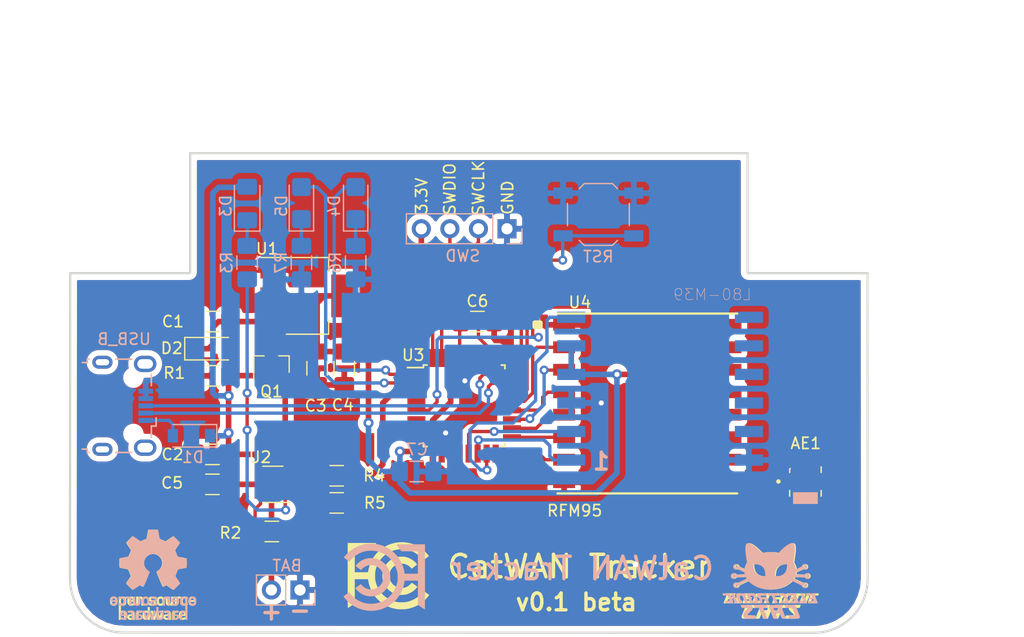
<source format=kicad_pcb>
(kicad_pcb (version 20171130) (host pcbnew "(5.0.1-3-g963ef8bb5)")
  (title_block (title "CatWAN Tracker") (date 2019-03-25) (rev 0.1) (company "Electronic Cats") (comment 1 "Ignacio Acosta"))
  (layers (0 F.Cu signal) (31 B.Cu signal) (34 B.Paste user) (35 F.Paste user) (36 B.SilkS user) (37 F.SilkS user) (38 B.Mask user) (39 F.Mask user) (44 Edge.Cuts user))
  (net 0 "")
  (net 1 GND)
  (net 2 "Net-(AE1-Pad1)")
  (net 3 "Net-(C1-Pad1)")
  (net 4 +5V)
  (net 5 +3V3)
  (net 6 +BATT)
  (net 7 /microcontroller/VDD_CORE)
  (net 8 "Net-(D1-Pad2)")
  (net 9 "Net-(D3-Pad1)")
  (net 10 "Net-(D4-Pad1)")
  (net 11 /microcontroller/LED_1)
  (net 12 /microcontroller/LED_2)
  (net 13 "Net-(D5-Pad1)")
  (net 14 D-)
  (net 15 D+)
  (net 16 /microcontroller/SWCLK)
  (net 17 /microcontroller/SWDIO)
  (net 18 /microcontroller/RX_GPS)
  (net 19 /microcontroller/TX_GPS)
  (net 20 /microcontroller/1PPS)
  (net 21 "Net-(MODULE1-Pad7)")
  (net 22 "Net-(MODULE1-Pad8)")
  (net 23 "Net-(MODULE1-Pad10)")
  (net 24 "Net-(MODULE1-Pad11)")
  (net 25 "Net-(R2-Pad1)")
  (net 26 "Net-(R3-Pad2)")
  (net 27 V_DIV)
  (net 28 /microcontroller/RST_SAMD)
  (net 29 "Net-(U3-Pad4)")
  (net 30 /microcontroller/DIO0)
  (net 31 "Net-(U3-Pad6)")
  (net 32 "Net-(U3-Pad7)")
  (net 33 "Net-(U3-Pad8)")
  (net 34 "Net-(U3-Pad11)")
  (net 35 "Net-(U3-Pad12)")
  (net 36 /microcontroller/DIO5)
  (net 37 /microcontroller/RST_RF)
  (net 38 /microcontroller/NSS)
  (net 39 /microcontroller/MOSI)
  (net 40 /microcontroller/SCK)
  (net 41 /microcontroller/MISO)
  (net 42 /microcontroller/DIO1)
  (net 43 /microcontroller/DIO2)
  (net 44 "Net-(U3-Pad27)")
  (net 45 "Net-(U4-Pad11)")
  (net 46 "Net-(U4-Pad12)")
  (module Package_QFP:TQFP-32_7x7mm_P0.8mm (layer F.Cu) (at 137.922 89.662)
    (fp_text reference U3 (at -4.532 -4.512) (layer F.SilkS))
    (fp_text value ATSAMD21E)
    (pad 1 smd rect (at -4.25 -2.8) (size 1.6 0.55) (layers F.Cu F.Paste F.Mask) (net 11 /microcontroller/LED_1))
    (pad 2 smd rect (at -4.25 -2) (size 1.6 0.55) (layers F.Cu F.Paste F.Mask) (net 12 /microcontroller/LED_2))
    (pad 3 smd rect (at -4.25 -1.2) (size 1.6 0.55) (layers F.Cu F.Paste F.Mask) (net 27 V_DIV))
    (pad 4 smd rect (at -4.25 -0.4) (size 1.6 0.55) (layers F.Cu F.Paste F.Mask) (net 29 "Net-(U3-Pad4)"))
    (pad 5 smd rect (at -4.25 0.4) (size 1.6 0.55) (layers F.Cu F.Paste F.Mask) (net 30 /microcontroller/DIO0))
    (pad 6 smd rect (at -4.25 1.2) (size 1.6 0.55) (layers F.Cu F.Paste F.Mask) (net 31 "Net-(U3-Pad6)"))
    (pad 7 smd rect (at -4.25 2) (size 1.6 0.55) (layers F.Cu F.Paste F.Mask) (net 32 "Net-(U3-Pad7)"))
    (pad 8 smd rect (at -4.25 2.8) (size 1.6 0.55) (layers F.Cu F.Paste F.Mask) (net 33 "Net-(U3-Pad8)"))
    (pad 9 smd rect (at -2.8 4.25 90) (size 1.6 0.55) (layers F.Cu F.Paste F.Mask) (net 5 +3V3))
    (pad 10 smd rect (at -2 4.25 90) (size 1.6 0.55) (layers F.Cu F.Paste F.Mask) (net 1 GND))
    (pad 11 smd rect (at -1.2 4.25 90) (size 1.6 0.55) (layers F.Cu F.Paste F.Mask) (net 34 "Net-(U3-Pad11)"))
    (pad 12 smd rect (at -0.4 4.25 90) (size 1.6 0.55) (layers F.Cu F.Paste F.Mask) (net 35 "Net-(U3-Pad12)"))
    (pad 13 smd rect (at 0.4 4.25 90) (size 1.6 0.55) (layers F.Cu F.Paste F.Mask) (net 19 /microcontroller/TX_GPS))
    (pad 14 smd rect (at 1.2 4.25 90) (size 1.6 0.55) (layers F.Cu F.Paste F.Mask) (net 18 /microcontroller/RX_GPS))
    (pad 15 smd rect (at 2 4.25 90) (size 1.6 0.55) (layers F.Cu F.Paste F.Mask) (net 20 /microcontroller/1PPS))
    (pad 16 smd rect (at 2.8 4.25 90) (size 1.6 0.55) (layers F.Cu F.Paste F.Mask) (net 36 /microcontroller/DIO5))
    (pad 17 smd rect (at 4.25 2.8) (size 1.6 0.55) (layers F.Cu F.Paste F.Mask) (net 37 /microcontroller/RST_RF))
    (pad 18 smd rect (at 4.25 2) (size 1.6 0.55) (layers F.Cu F.Paste F.Mask) (net 38 /microcontroller/NSS))
    (pad 19 smd rect (at 4.25 1.2) (size 1.6 0.55) (layers F.Cu F.Paste F.Mask) (net 39 /microcontroller/MOSI))
    (pad 20 smd rect (at 4.25 0.4) (size 1.6 0.55) (layers F.Cu F.Paste F.Mask) (net 40 /microcontroller/SCK))
    (pad 21 smd rect (at 4.25 -0.4) (size 1.6 0.55) (layers F.Cu F.Paste F.Mask) (net 41 /microcontroller/MISO))
    (pad 22 smd rect (at 4.25 -1.2) (size 1.6 0.55) (layers F.Cu F.Paste F.Mask) (net 42 /microcontroller/DIO1))
    (pad 23 smd rect (at 4.25 -2) (size 1.6 0.55) (layers F.Cu F.Paste F.Mask) (net 14 D-))
    (pad 24 smd rect (at 4.25 -2.8) (size 1.6 0.55) (layers F.Cu F.Paste F.Mask) (net 15 D+))
    (pad 25 smd rect (at 2.8 -4.25 90) (size 1.6 0.55) (layers F.Cu F.Paste F.Mask) (net 43 /microcontroller/DIO2))
    (pad 26 smd rect (at 2 -4.25 90) (size 1.6 0.55) (layers F.Cu F.Paste F.Mask) (net 28 /microcontroller/RST_SAMD))
    (pad 27 smd rect (at 1.2 -4.25 90) (size 1.6 0.55) (layers F.Cu F.Paste F.Mask) (net 44 "Net-(U3-Pad27)"))
    (pad 28 smd rect (at 0.4 -4.25 90) (size 1.6 0.55) (layers F.Cu F.Paste F.Mask) (net 1 GND))
    (pad 29 smd rect (at -0.4 -4.25 90) (size 1.6 0.55) (layers F.Cu F.Paste F.Mask) (net 7 /microcontroller/VDD_CORE))
    (pad 30 smd rect (at -1.2 -4.25 90) (size 1.6 0.55) (layers F.Cu F.Paste F.Mask) (net 5 +3V3))
    (pad 31 smd rect (at -2 -4.25 90) (size 1.6 0.55) (layers F.Cu F.Paste F.Mask) (net 16 /microcontroller/SWCLK))
    (pad 32 smd rect (at -2.8 -4.25 90) (size 1.6 0.55) (layers F.Cu F.Paste F.Mask) (net 17 /microcontroller/SWDIO))
  )
  (module gps_LoRa:MOLEX_1661 (layer F.Cu) (at 168.275 96.393 270)
    (fp_text reference AE1 (at -3.393 -0.035) (layer F.SilkS))
    (fp_text value Antenna_Shield)
    (pad 3 smd rect (at 1.475 0 270) (size 1.05 2.2) (layers F.Cu F.Paste B.SilkS F.Mask))
    (pad 2 smd rect (at -1.475 0 270) (size 1.05 2.2) (layers F.Cu F.Paste F.Mask) (net 1 GND))
    (pad 1 smd rect (at 0 1.5 270) (size 1 1) (layers F.Cu F.Paste F.Mask) (net 2 "Net-(AE1-Pad1)"))
  )
  (module Capacitor_SMD:C_1206_3216Metric_Pad1.42x1.75mm_HandSolder (layer F.Cu) (at 115.5335 82.169 180)
    (fp_text reference C1 (at 3.5195 0 180) (layer F.SilkS))
    (fp_text value 10uf)
    (pad 1 smd roundrect (at -1.4875 0 180) (size 1.425 1.75) (layers F.Cu F.Paste F.Mask) (roundrect_rratio 0.175439) (net 3 "Net-(C1-Pad1)"))
    (pad 2 smd roundrect (at 1.4875 0 180) (size 1.425 1.75) (layers F.Cu F.Paste F.Mask) (roundrect_rratio 0.175439) (net 1 GND))
  )
  (module Capacitor_SMD:C_1206_3216Metric_Pad1.42x1.75mm_HandSolder (layer F.Cu) (at 115.5335 93.98 180)
    (fp_text reference C2 (at 3.556 0 180) (layer F.SilkS))
    (fp_text value 10uf)
    (pad 1 smd roundrect (at -1.4875 0 180) (size 1.425 1.75) (layers F.Cu F.Paste F.Mask) (roundrect_rratio 0.175439) (net 4 +5V))
    (pad 2 smd roundrect (at 1.4875 0 180) (size 1.425 1.75) (layers F.Cu F.Paste F.Mask) (roundrect_rratio 0.175439) (net 1 GND))
  )
  (module Capacitor_SMD:C_1206_3216Metric_Pad1.42x1.75mm_HandSolder (layer F.Cu) (at 124.841 86.3235 270)
    (fp_text reference C3 (at 3.3385 0.127) (layer F.SilkS))
    (fp_text value 100uf)
    (pad 2 smd roundrect (at 1.4875 0 270) (size 1.425 1.75) (layers F.Cu F.Paste F.Mask) (roundrect_rratio 0.175439) (net 1 GND))
    (pad 1 smd roundrect (at -1.4875 0 270) (size 1.425 1.75) (layers F.Cu F.Paste F.Mask) (roundrect_rratio 0.175439) (net 5 +3V3))
  )
  (module Capacitor_SMD:C_1206_3216Metric_Pad1.42x1.75mm_HandSolder (layer F.Cu) (at 127.254 86.3235 270)
    (fp_text reference C4 (at 3.2655 0.127) (layer F.SilkS))
    (fp_text value 0.1uf)
    (pad 2 smd roundrect (at 1.4875 0 270) (size 1.425 1.75) (layers F.Cu F.Paste F.Mask) (roundrect_rratio 0.175439) (net 1 GND))
    (pad 1 smd roundrect (at -1.4875 0 270) (size 1.425 1.75) (layers F.Cu F.Paste F.Mask) (roundrect_rratio 0.175439) (net 5 +3V3))
  )
  (module Capacitor_SMD:C_1206_3216Metric_Pad1.42x1.75mm_HandSolder (layer F.Cu) (at 115.5335 96.647 180)
    (fp_text reference C5 (at 3.5925 0.127 180) (layer F.SilkS))
    (fp_text value 10uf)
    (pad 1 smd roundrect (at -1.4875 0 180) (size 1.425 1.75) (layers F.Cu F.Paste F.Mask) (roundrect_rratio 0.175439) (net 6 +BATT))
    (pad 2 smd roundrect (at 1.4875 0 180) (size 1.425 1.75) (layers F.Cu F.Paste F.Mask) (roundrect_rratio 0.175439) (net 1 GND))
  )
  (module Capacitor_SMD:C_1206_3216Metric_Pad1.42x1.75mm_HandSolder (layer F.Cu) (at 139.1015 82.169)
    (fp_text reference C6 (at 0 -1.82) (layer F.SilkS))
    (fp_text value 1uf)
    (pad 1 smd roundrect (at -1.4875 0) (size 1.425 1.75) (layers F.Cu F.Paste F.Mask) (roundrect_rratio 0.175439) (net 7 /microcontroller/VDD_CORE))
    (pad 2 smd roundrect (at 1.4875 0) (size 1.425 1.75) (layers F.Cu F.Paste F.Mask) (roundrect_rratio 0.175439) (net 1 GND))
  )
  (module Capacitor_SMD:C_1206_3216Metric_Pad1.42x1.75mm_HandSolder (layer B.Cu) (at 133.6945 95.504)
    (fp_text reference C7 (at 0.0255 -1.964) (layer B.SilkS) (effects (justify mirror)))
    (fp_text value 0.1uf)
    (pad 2 smd roundrect (at 1.4875 0) (size 1.425 1.75) (layers B.Cu B.Paste B.Mask) (roundrect_rratio 0.175439) (net 1 GND))
    (pad 1 smd roundrect (at -1.4875 0) (size 1.425 1.75) (layers B.Cu B.Paste B.Mask) (roundrect_rratio 0.175439) (net 5 +3V3))
  )
  (module Diode_SMD:D_SOD-123 (layer B.Cu) (at 113.665 92.329 180)
    (fp_text reference D1 (at -0.127 -1.905 180) (layer B.SilkS) (effects (justify mirror)))
    (fp_text value D_Schottky)
    (pad 1 smd rect (at -1.65 0 180) (size 0.9 1.2) (layers B.Cu B.Paste B.Mask) (net 4 +5V))
    (pad 2 smd rect (at 1.65 0 180) (size 0.9 1.2) (layers B.Cu B.Paste B.Mask) (net 8 "Net-(D1-Pad2)"))
  )
  (module LED_SMD:LED_1206_3216Metric_Pad1.42x1.75mm_HandSolder (layer B.Cu) (at 118.618 71.6645 90)
    (fp_text reference D3 (at -0.2175 -1.905 90) (layer B.SilkS) (effects (justify mirror)))
    (fp_text value LED)
    (pad 1 smd roundrect (at -1.4875 0 90) (size 1.425 1.75) (layers B.Cu B.Paste B.Mask) (roundrect_rratio 0.175439) (net 9 "Net-(D3-Pad1)"))
    (pad 2 smd roundrect (at 1.4875 0 90) (size 1.425 1.75) (layers B.Cu B.Paste B.Mask) (roundrect_rratio 0.175439) (net 4 +5V))
  )
  (module LED_SMD:LED_1206_3216Metric_Castellated (layer B.Cu) (at 128.27 71.628 90)
    (fp_text reference D4 (at -0.254 -1.905 90) (layer B.SilkS) (effects (justify mirror)))
    (fp_text value LED_GREEN)
    (pad 1 smd roundrect (at -1.425 0 90) (size 1.6 1.65) (layers B.Cu B.Paste B.Mask) (roundrect_rratio 0.15625) (net 10 "Net-(D4-Pad1)"))
    (pad 2 smd roundrect (at 1.425 0 90) (size 1.6 1.65) (layers B.Cu B.Paste B.Mask) (roundrect_rratio 0.15625) (net 11 /microcontroller/LED_1))
  )
  (module LED_SMD:LED_1206_3216Metric_Castellated (layer B.Cu) (at 123.444 71.628 90)
    (fp_text reference D5 (at -0.254 -1.778 90) (layer B.SilkS) (effects (justify mirror)))
    (fp_text value LED_RED)
    (pad 2 smd roundrect (at 1.425 0 90) (size 1.6 1.65) (layers B.Cu B.Paste B.Mask) (roundrect_rratio 0.15625) (net 12 /microcontroller/LED_2))
    (pad 1 smd roundrect (at -1.425 0 90) (size 1.6 1.65) (layers B.Cu B.Paste B.Mask) (roundrect_rratio 0.15625) (net 13 "Net-(D5-Pad1)"))
  )
  (module Connector_USB:USB_Micro-B_Wuerth_629105150521 (layer B.Cu) (at 107.696 89.662 90)
    (fp_text reference J1)
    (fp_text value USB_B (at 5.932 -0.026 180) (layer B.SilkS) (effects (justify mirror)))
    (pad 1 smd rect (at -1.3 1.9 90) (size 0.45 1.3) (layers B.Cu B.Paste B.Mask) (net 8 "Net-(D1-Pad2)"))
    (pad 2 smd rect (at -0.65 1.9 90) (size 0.45 1.3) (layers B.Cu B.Paste B.Mask) (net 14 D-))
    (pad 3 smd rect (at 0 1.9 90) (size 0.45 1.3) (layers B.Cu B.Paste B.Mask) (net 15 D+))
    (pad 4 smd rect (at 0.65 1.9 90) (size 0.45 1.3) (layers B.Cu B.Paste B.Mask) (net 1 GND))
    (pad 5 smd rect (at 1.3 1.9 90) (size 0.45 1.3) (layers B.Cu B.Paste B.Mask) (net 1 GND))
    (pad 6 thru_hole oval (at -3.725 1.85 90) (size 1.45 2) (drill oval 0.85 1.4) (layers *.Cu *.Mask))
    (pad 6 thru_hole oval (at 3.725 1.85 90) (size 1.45 2) (drill oval 0.85 1.4) (layers *.Cu *.Mask))
    (pad 6 thru_hole oval (at -3.875 -1.95 90) (size 1.15 1.8) (drill oval 0.55 1.2) (layers *.Cu *.Mask))
    (pad 6 thru_hole oval (at 3.875 -1.95 90) (size 1.15 1.8) (drill oval 0.55 1.2) (layers *.Cu *.Mask))
    (pad "" np_thru_hole oval (at -2.5 0.8 90) (size 0.8 0.8) (drill 0.8) (layers *.Cu *.Mask))
    (pad "" np_thru_hole oval (at 2.5 0.8 90) (size 0.8 0.8) (drill 0.8) (layers *.Cu *.Mask))
  )
  (module Connector_PinHeader_2.54mm:PinHeader_1x02_P2.54mm_Vertical (layer B.Cu) (at 123.317 106.045 90)
    (fp_text reference J2)
    (fp_text value BAT (at 2.159 -1.143 180) (layer B.SilkS) (effects (justify mirror)))
    (pad 1 thru_hole rect (at 0 0 90) (size 1.7 1.7) (drill 1) (layers *.Cu *.Mask) (net 1 GND))
    (pad 2 thru_hole oval (at 0 -2.54 90) (size 1.7 1.7) (drill 1) (layers *.Cu *.Mask) (net 6 +BATT))
  )
  (module Connector_PinHeader_2.54mm:PinHeader_1x04_P2.54mm_Vertical (layer B.Cu) (at 141.732 73.914 90)
    (fp_text reference J3)
    (fp_text value SWD (at -2.413 -3.937 180) (layer B.SilkS) (effects (justify mirror)))
    (pad 1 thru_hole rect (at 0 0 90) (size 1.7 1.7) (drill 1) (layers *.Cu *.Mask) (net 1 GND))
    (pad 2 thru_hole oval (at 0 -2.54 90) (size 1.7 1.7) (drill 1) (layers *.Cu *.Mask) (net 16 /microcontroller/SWCLK))
    (pad 3 thru_hole oval (at 0 -5.08 90) (size 1.7 1.7) (drill 1) (layers *.Cu *.Mask) (net 17 /microcontroller/SWDIO))
    (pad 4 thru_hole oval (at 0 -7.62 90) (size 1.7 1.7) (drill 1) (layers *.Cu *.Mask) (net 5 +3V3))
  )
  (module Package_TO_SOT_SMD:SOT-23 (layer F.Cu) (at 120.777 85.979 90)
    (fp_text reference Q1 (at -2.413 0 180) (layer F.SilkS))
    (fp_text value Q_PMOS_GSD)
    (pad 1 smd rect (at -1 -0.95 90) (size 0.9 0.8) (layers F.Cu F.Paste F.Mask) (net 4 +5V))
    (pad 2 smd rect (at -1 0.95 90) (size 0.9 0.8) (layers F.Cu F.Paste F.Mask) (net 6 +BATT))
    (pad 3 smd rect (at 1 0 90) (size 0.9 0.8) (layers F.Cu F.Paste F.Mask) (net 3 "Net-(C1-Pad1)"))
  )
  (module Resistor_SMD:R_1206_3216Metric_Pad1.42x1.75mm_HandSolder (layer F.Cu) (at 115.5335 86.995 180)
    (fp_text reference R1 (at 3.3925 0.254 180) (layer F.SilkS))
    (fp_text value 47k)
    (pad 1 smd roundrect (at -1.4875 0 180) (size 1.425 1.75) (layers F.Cu F.Paste F.Mask) (roundrect_rratio 0.175439) (net 4 +5V))
    (pad 2 smd roundrect (at 1.4875 0 180) (size 1.425 1.75) (layers F.Cu F.Paste F.Mask) (roundrect_rratio 0.175439) (net 1 GND))
  )
  (module Resistor_SMD:R_1206_3216Metric_Pad1.42x1.75mm_HandSolder (layer F.Cu) (at 120.8135 100.838)
    (fp_text reference R2 (at -3.683 0.127) (layer F.SilkS))
    (fp_text value 2k)
    (pad 2 smd roundrect (at 1.4875 0) (size 1.425 1.75) (layers F.Cu F.Paste F.Mask) (roundrect_rratio 0.175439) (net 1 GND))
    (pad 1 smd roundrect (at -1.4875 0) (size 1.425 1.75) (layers F.Cu F.Paste F.Mask) (roundrect_rratio 0.175439) (net 25 "Net-(R2-Pad1)"))
  )
  (module Resistor_SMD:R_1206_3216Metric_Pad1.42x1.75mm_HandSolder (layer B.Cu) (at 118.618 76.9255 270)
    (fp_text reference R3 (at 0 1.82 270) (layer B.SilkS) (effects (justify mirror)))
    (fp_text value 330)
    (pad 1 smd roundrect (at -1.4875 0 270) (size 1.425 1.75) (layers B.Cu B.Paste B.Mask) (roundrect_rratio 0.175439) (net 9 "Net-(D3-Pad1)"))
    (pad 2 smd roundrect (at 1.4875 0 270) (size 1.425 1.75) (layers B.Cu B.Paste B.Mask) (roundrect_rratio 0.175439) (net 26 "Net-(R3-Pad2)"))
  )
  (module Resistor_SMD:R_1206_3216Metric_Pad1.42x1.75mm_HandSolder (layer F.Cu) (at 126.5825 95.885)
    (fp_text reference R4 (at 3.3385 0) (layer F.SilkS))
    (fp_text value 100k)
    (pad 2 smd roundrect (at 1.4875 0) (size 1.425 1.75) (layers F.Cu F.Paste F.Mask) (roundrect_rratio 0.175439) (net 27 V_DIV))
    (pad 1 smd roundrect (at -1.4875 0) (size 1.425 1.75) (layers F.Cu F.Paste F.Mask) (roundrect_rratio 0.175439) (net 6 +BATT))
  )
  (module Resistor_SMD:R_1206_3216Metric_Pad1.42x1.75mm_HandSolder (layer F.Cu) (at 126.5825 98.298 180)
    (fp_text reference R5 (at -3.3925 0 180) (layer F.SilkS))
    (fp_text value 100k)
    (pad 1 smd roundrect (at -1.4875 0 180) (size 1.425 1.75) (layers F.Cu F.Paste F.Mask) (roundrect_rratio 0.175439) (net 27 V_DIV))
    (pad 2 smd roundrect (at 1.4875 0 180) (size 1.425 1.75) (layers F.Cu F.Paste F.Mask) (roundrect_rratio 0.175439) (net 1 GND))
  )
  (module Resistor_SMD:R_1206_3216Metric_Pad1.42x1.75mm_HandSolder (layer B.Cu) (at 128.27 76.9255 270)
    (fp_text reference R6 (at 0 1.82 270) (layer B.SilkS) (effects (justify mirror)))
    (fp_text value 330)
    (pad 1 smd roundrect (at -1.4875 0 270) (size 1.425 1.75) (layers B.Cu B.Paste B.Mask) (roundrect_rratio 0.175439) (net 10 "Net-(D4-Pad1)"))
    (pad 2 smd roundrect (at 1.4875 0 270) (size 1.425 1.75) (layers B.Cu B.Paste B.Mask) (roundrect_rratio 0.175439) (net 1 GND))
  )
  (module Resistor_SMD:R_1206_3216Metric_Pad1.42x1.75mm_HandSolder (layer B.Cu) (at 123.444 76.9255 270)
    (fp_text reference R7 (at 0 1.82 270) (layer B.SilkS) (effects (justify mirror)))
    (fp_text value 330)
    (pad 2 smd roundrect (at 1.4875 0 270) (size 1.425 1.75) (layers B.Cu B.Paste B.Mask) (roundrect_rratio 0.175439) (net 1 GND))
    (pad 1 smd roundrect (at -1.4875 0 270) (size 1.425 1.75) (layers B.Cu B.Paste B.Mask) (roundrect_rratio 0.175439) (net 13 "Net-(D5-Pad1)"))
  )
  (module Button_Switch_SMD:SW_SPST_TL3342 (layer B.Cu) (at 149.86 72.644 180)
    (fp_text reference SW1)
    (fp_text value RST (at 0 -3.75 180) (layer B.SilkS) (effects (justify mirror)))
    (pad 1 smd rect (at -3.15 1.9 180) (size 1.7 1) (layers B.Cu B.Paste B.Mask) (net 1 GND))
    (pad 1 smd rect (at 3.15 1.9 180) (size 1.7 1) (layers B.Cu B.Paste B.Mask) (net 1 GND))
    (pad 2 smd rect (at -3.15 -1.9 180) (size 1.7 1) (layers B.Cu B.Paste B.Mask) (net 28 /microcontroller/RST_SAMD))
    (pad 2 smd rect (at 3.15 -1.9 180) (size 1.7 1) (layers B.Cu B.Paste B.Mask) (net 28 /microcontroller/RST_SAMD))
  )
  (module Package_TO_SOT_SMD:SOT-23-5 (layer F.Cu) (at 120.904 96.647 180)
    (fp_text reference U2 (at 1.143 2.413 180) (layer F.SilkS))
    (fp_text value MCP73831-3-OT)
    (pad 1 smd rect (at -1.1 -0.95 180) (size 1.06 0.65) (layers F.Cu F.Paste F.Mask) (net 26 "Net-(R3-Pad2)"))
    (pad 2 smd rect (at -1.1 0 180) (size 1.06 0.65) (layers F.Cu F.Paste F.Mask) (net 1 GND))
    (pad 3 smd rect (at -1.1 0.95 180) (size 1.06 0.65) (layers F.Cu F.Paste F.Mask) (net 6 +BATT))
    (pad 4 smd rect (at 1.1 0.95 180) (size 1.06 0.65) (layers F.Cu F.Paste F.Mask) (net 4 +5V))
    (pad 5 smd rect (at 1.1 -0.95 180) (size 1.06 0.65) (layers F.Cu F.Paste F.Mask) (net 25 "Net-(R2-Pad1)"))
  )
  (module gps_LoRa:RFM95W (layer F.Cu) (at 154.212 89.456)
    (fp_text reference U4 (at -6 -9) (layer F.SilkS))
    (fp_text value RFM95 (at -6.462 9.534) (layer F.SilkS))
    (pad 1 smd rect (at -7.4 -7) (size 1.95 1.05) (layers F.Cu F.Paste F.Mask) (net 1 GND))
    (pad 2 smd rect (at -7.4 -5) (size 1.95 1.05) (layers F.Cu F.Paste F.Mask) (net 41 /microcontroller/MISO))
    (pad 3 smd rect (at -7.4 -3) (size 1.95 1.05) (layers F.Cu F.Paste F.Mask) (net 39 /microcontroller/MOSI))
    (pad 4 smd rect (at -7.4 -1) (size 1.95 1.05) (layers F.Cu F.Paste F.Mask) (net 40 /microcontroller/SCK))
    (pad 5 smd rect (at -7.4 1) (size 1.95 1.05) (layers F.Cu F.Paste F.Mask) (net 38 /microcontroller/NSS))
    (pad 6 smd rect (at -7.4 3) (size 1.95 1.05) (layers F.Cu F.Paste F.Mask) (net 37 /microcontroller/RST_RF))
    (pad 7 smd rect (at -7.4 5) (size 1.95 1.05) (layers F.Cu F.Paste F.Mask) (net 36 /microcontroller/DIO5))
    (pad 8 smd rect (at -7.4 7) (size 1.95 1.05) (layers F.Cu F.Paste F.Mask) (net 1 GND))
    (pad 9 smd rect (at 7.4 7 180) (size 1.95 1.05) (layers F.Cu F.Paste F.Mask) (net 2 "Net-(AE1-Pad1)"))
    (pad 10 smd rect (at 7.4 5 180) (size 1.95 1.05) (layers F.Cu F.Paste F.Mask) (net 1 GND))
    (pad 11 smd rect (at 7.4 3 180) (size 1.95 1.05) (layers F.Cu F.Paste F.Mask) (net 45 "Net-(U4-Pad11)"))
    (pad 12 smd rect (at 7.4 1 180) (size 1.95 1.05) (layers F.Cu F.Paste F.Mask) (net 46 "Net-(U4-Pad12)"))
    (pad 13 smd rect (at 7.4 -1 180) (size 1.95 1.05) (layers F.Cu F.Paste F.Mask) (net 5 +3V3))
    (pad 14 smd rect (at 7.4 -3 180) (size 1.95 1.05) (layers F.Cu F.Paste F.Mask) (net 30 /microcontroller/DIO0))
    (pad 15 smd rect (at 7.4 -5 180) (size 1.95 1.05) (layers F.Cu F.Paste F.Mask) (net 42 /microcontroller/DIO1))
    (pad 16 smd rect (at 7.4 -7 180) (size 1.95 1.05) (layers F.Cu F.Paste F.Mask) (net 43 /microcontroller/DIO2))
  )
  (module Package_TO_SOT_SMD:SOT-223-3_TabPin2 (layer F.Cu) (at 123.952 79.883)
    (fp_text reference U1 (at -3.556 -4.191) (layer F.SilkS))
    (fp_text value AP2114-3.3)
    (pad 2 smd rect (at 3.15 0) (size 2 3.8) (layers F.Cu F.Paste F.Mask) (net 5 +3V3))
    (pad 2 smd rect (at -3.15 0) (size 2 1.5) (layers F.Cu F.Paste F.Mask) (net 5 +3V3))
    (pad 3 smd rect (at -3.15 2.3) (size 2 1.5) (layers F.Cu F.Paste F.Mask) (net 3 "Net-(C1-Pad1)"))
    (pad 1 smd rect (at -3.15 -2.3) (size 2 1.5) (layers F.Cu F.Paste F.Mask) (net 1 GND))
  )
  (module QUECTEL_L80-M39 (layer B.Cu) (at 155.347 88.988 180)
    (fp_text reference MODULE1)
    (fp_text value L80-M39 (at -4.653 9.218 180) (layer B.SilkS) (effects (font (thickness 0.05)) (justify mirror)))
    (pad 1 smd rect (at 7.9 -5.5 180) (size 2.5 1) (layers B.Cu B.Paste B.Mask) (net 18 /microcontroller/RX_GPS))
    (pad 2 smd rect (at 7.9 -2.96 180) (size 2.5 1) (layers B.Cu B.Paste B.Mask) (net 19 /microcontroller/TX_GPS))
    (pad 3 smd rect (at 7.9 -0.42 180) (size 2.5 1) (layers B.Cu B.Paste B.Mask) (net 1 GND))
    (pad 4 smd rect (at 7.9 2.12 180) (size 2.5 1) (layers B.Cu B.Paste B.Mask) (net 5 +3V3))
    (pad 5 smd rect (at 7.9 4.66 180) (size 2.5 1) (layers B.Cu B.Paste B.Mask) (net 5 +3V3))
    (pad 6 smd rect (at 7.9 7.2 180) (size 2.5 1) (layers B.Cu B.Paste B.Mask) (net 20 /microcontroller/1PPS))
    (pad 7 smd rect (at -7.9 7.2) (size 2.5 1) (layers B.Cu B.Paste B.Mask) (net 21 "Net-(MODULE1-Pad7)"))
    (pad 8 smd rect (at -7.9 4.66) (size 2.5 1) (layers B.Cu B.Paste B.Mask) (net 22 "Net-(MODULE1-Pad8)"))
    (pad 9 smd rect (at -7.9 2.12) (size 2.5 1) (layers B.Cu B.Paste B.Mask))
    (pad 10 smd rect (at -7.9 -0.42) (size 2.5 1) (layers B.Cu B.Paste B.Mask) (net 23 "Net-(MODULE1-Pad10)"))
    (pad 11 smd rect (at -7.9 -2.96) (size 2.5 1) (layers B.Cu B.Paste B.Mask) (net 24 "Net-(MODULE1-Pad11)"))
    (pad 12 smd rect (at -7.9 -5.5) (size 2.5 1) (layers B.Cu B.Paste B.Mask) (net 1 GND))
  )
  (module Diode_SMD:D_SOD-123 (layer F.Cu) (at 115.316 84.582)
    (fp_text reference D2 (at -3.406 -0.042) (layer F.SilkS))
    (fp_text value D_Schottky)
    (pad 1 smd rect (at -1.65 0) (size 0.9 1.2) (layers F.Cu F.Paste F.Mask) (net 3 "Net-(C1-Pad1)"))
    (pad 2 smd rect (at 1.65 0) (size 0.9 1.2) (layers F.Cu F.Paste F.Mask) (net 4 +5V))
  )
  (module Aesthetics:electronic_cats_logo_8x6 (layer F.Cu) (at 165.23 105.24)
    (fp_text reference G*** hide)
    (fp_text value LOGO hide)
  )
  (module Aesthetics:electronic_cats_logo_8x6 (layer B.Cu) (at 165.14 105.24 180)
    (fp_text reference G*** hide)
    (fp_text value LOGO hide)
  )
  (module Symbols:FCC-Logo_7.3x6mm_SilkScreen (layer F.Cu) (at 131.191 104.775)
    (fp_text reference REF*** hide)
    (fp_text value FCC-Logo_7.3x6mm_SilkScreen hide)
  )
  (module Symbols:OSHW-Logo_7.5x8mm_SilkScreen (layer F.Cu) (at 110.23 104.69)
    (fp_text reference REF*** hide)
    (fp_text value OSHW-Logo_7.5x8mm_SilkScreen hide)
  )
  (module Symbols:FCC-Logo_7.3x6mm_SilkScreen (layer B.Cu) (at 130.81 104.902 180)
    (fp_text reference REF*** hide)
    (fp_text value FCC-Logo_7.3x6mm_SilkScreen hide)
  )
  (module Symbols:OSHW-Logo_7.5x8mm_SilkScreen (layer B.Cu) (at 110.28 104.69 180)
    (fp_text reference REF*** hide)
    (fp_text value OSHW-Logo_7.5x8mm_SilkScreen hide)
  )
  (gr_text "GND\n\n" (at 142.59 71.14 90) (layer F.SilkS) (effects (font (size 1 1))))
  (gr_text "SWCLK\n" (at 139.19 70.29 90) (layer F.SilkS) (effects (font (size 1 1))))
  (gr_text "SWDIO\n" (at 136.64 70.38 90) (layer F.SilkS) (effects (font (size 1 1))))
  (gr_text 3.3V (at 134.14 70.99 90) (layer F.SilkS) (effects (font (size 1 1))))
  (gr_arc (start 169.03 105.07) (end 169.03 109.85) (angle -90) (layer Edge.Cuts) (width 0.2))
  (gr_arc (start 107.64 105.05) (end 102.86 105.05) (angle -90) (layer Edge.Cuts) (width 0.2))
  (gr_text "CatWAN Tracker" (at 148.41 104.13) (layer B.SilkS) (effects (font (size 2 2) (thickness 0.3)) (justify mirror)))
  (gr_text "v0.1 beta" (at 147.9 107.13) (layer F.SilkS) (effects (font (size 1.5 1.5) (thickness 0.3))))
  (gr_text "CatWAN Tracker" (at 148.15 103.96) (layer F.SilkS) (effects (font (size 2 2) (thickness 0.3))))
  (gr_text 1 (at 150.114 94.615) (layer B.SilkS) (effects (font (size 1.5 1.5) (thickness 0.3)) (justify mirror)))
  (gr_text + (at 120.777 107.95) (layer B.SilkS) (effects (font (size 1.5 1.5) (thickness 0.3)) (justify mirror)))
  (gr_text - (at 123.317 107.823) (layer B.SilkS) (effects (font (size 1.5 1.5) (thickness 0.3)) (justify mirror)))
  (gr_line (start 163.173 77.8452) (end 163.158 77.8328) (layer Edge.Cuts) (width 0.2))
  (gr_line (start 173.81 105.07) (end 173.797 77.8617) (layer Edge.Cuts) (width 0.2))
  (gr_line (start 113.501 77.8452) (end 113.483 77.8545) (layer Edge.Cuts) (width 0.2))
  (gr_line (start 113.445 77.8622) (end 113.44 77.8617) (layer Edge.Cuts) (width 0.2))
  (gr_line (start 163.158 77.8328) (end 163.145 77.8175) (layer Edge.Cuts) (width 0.2))
  (gr_line (start 163.209 77.8603) (end 163.191 77.8545) (layer Edge.Cuts) (width 0.2))
  (gr_line (start 163.229 77.8622) (end 163.209 77.8603) (layer Edge.Cuts) (width 0.2))
  (gr_line (start 113.45 77.8617) (end 113.445 77.8622) (layer Edge.Cuts) (width 0.2))
  (gr_line (start 113.465 77.8603) (end 113.45 77.8617) (layer Edge.Cuts) (width 0.2))
  (gr_line (start 113.529 77.8175) (end 113.516 77.8328) (layer Edge.Cuts) (width 0.2))
  (gr_line (start 113.538 77.8002) (end 113.529 77.8175) (layer Edge.Cuts) (width 0.2))
  (gr_line (start 113.544 77.7813) (end 113.538 77.8002) (layer Edge.Cuts) (width 0.2))
  (gr_line (start 163.145 77.8175) (end 163.136 77.8002) (layer Edge.Cuts) (width 0.2))
  (gr_line (start 163.129 67.1937) (end 113.545 67.1937) (layer Edge.Cuts) (width 0.2))
  (gr_line (start 107.64 109.83) (end 169.03 109.85) (layer Edge.Cuts) (width 0.2))
  (gr_line (start 102.877 77.8617) (end 102.86 105.05) (layer Edge.Cuts) (width 0.2))
  (gr_line (start 173.797 77.8617) (end 163.234 77.8617) (layer Edge.Cuts) (width 0.2))
  (gr_line (start 113.516 77.8328) (end 113.501 77.8452) (layer Edge.Cuts) (width 0.2))
  (gr_line (start 163.191 77.8545) (end 163.173 77.8452) (layer Edge.Cuts) (width 0.2))
  (gr_line (start 163.234 77.8617) (end 163.229 77.8622) (layer Edge.Cuts) (width 0.2))
  (gr_line (start 163.136 77.8002) (end 163.13 77.7813) (layer Edge.Cuts) (width 0.2))
  (gr_line (start 113.483 77.8545) (end 113.465 77.8603) (layer Edge.Cuts) (width 0.2))
  (gr_line (start 163.129 77.7568) (end 163.129 67.1937) (layer Edge.Cuts) (width 0.2))
  (gr_line (start 163.13 77.7813) (end 163.129 77.7617) (layer Edge.Cuts) (width 0.2))
  (gr_line (start 163.129 77.7617) (end 163.129 77.7568) (layer Edge.Cuts) (width 0.2))
  (gr_line (start 113.44 77.8617) (end 102.877 77.8617) (layer Edge.Cuts) (width 0.2))
  (gr_line (start 113.545 77.7617) (end 113.544 77.7813) (layer Edge.Cuts) (width 0.2))
  (gr_line (start 113.545 77.7568) (end 113.545 77.7617) (layer Edge.Cuts) (width 0.2))
  (gr_line (start 113.545 67.1937) (end 113.545 77.7568) (layer Edge.Cuts) (width 0.2))
  (segment (start 123.034 96.647) (end 123.444 97.057) (width 0.5) (layer F.Cu) (net 1))
  (segment (start 122.004 96.647) (end 123.034 96.647) (width 0.5) (layer F.Cu) (net 1))
  (segment (start 123.444 97.057) (end 123.444 97.79) (width 0.5) (layer F.Cu) (net 1))
  (segment (start 123.952 98.298) (end 125.095 98.298) (width 0.5) (layer F.Cu) (net 1))
  (segment (start 123.444 97.79) (end 123.952 98.298) (width 0.5) (layer F.Cu) (net 1))
  (segment (start 109.596 88.362) (end 109.596 88.986999) (width 0.5) (layer B.Cu) (net 1))
  (via (at 136.271 92.075) (size 0.9) (drill 0.45) (layers F.Cu B.Cu) (net 1))
  (segment (start 135.922 93.912) (end 135.922 92.424) (width 0.5) (layer F.Cu) (net 1))
  (segment (start 135.922 92.424) (end 136.271 92.075) (width 0.5) (layer F.Cu) (net 1))
  (segment (start 148.287 82.456) (end 148.32 82.423) (width 0.5) (layer F.Cu) (net 1))
  (segment (start 146.812 82.456) (end 148.287 82.456) (width 0.5) (layer F.Cu) (net 1))
  (segment (start 148.32 82.423) (end 149.733 82.423) (width 0.5) (layer F.Cu) (net 1))
  (segment (start 138.247001 86.161999) (end 138.247001 87.177999) (width 0.5) (layer F.Cu) (net 1))
  (segment (start 138.322 85.412) (end 138.322 86.087) (width 0.5) (layer F.Cu) (net 1))
  (segment (start 138.322 86.087) (end 138.247001 86.161999) (width 0.5) (layer F.Cu) (net 1))
  (segment (start 138.247001 87.177999) (end 137.9855 87.4395) (width 0.5) (layer F.Cu) (net 1))
  (segment (start 137.9855 87.4395) (end 137.922 87.503) (width 0.5) (layer F.Cu) (net 1))
  (via (at 137.9855 87.4395) (size 0.9) (drill 0.45) (layers F.Cu B.Cu) (net 1))
  (segment (start 146.812 82.456) (end 151.925 82.456) (width 0.5) (layer F.Cu) (net 1))
  (segment (start 151.925 82.456) (end 152.019 82.55) (width 0.5) (layer F.Cu) (net 1))
  (via (at 150.114 89.408) (size 0.9) (drill 0.45) (layers F.Cu B.Cu) (net 1))
  (segment (start 147.447 89.408) (end 150.114 89.408) (width 0.5) (layer B.Cu) (net 1))
  (via (at 153.162 103.759) (size 0.9) (drill 0.45) (layers F.Cu B.Cu) (net 1))
  (via (at 153.162 103.759) (size 0.9) (drill 0.45) (layers F.Cu B.Cu) (net 1))
  (via (at 153.162 103.759) (size 0.9) (drill 0.45) (layers F.Cu B.Cu) (net 1))
  (via (at 153.162 103.759) (size 0.9) (drill 0.45) (layers F.Cu B.Cu) (net 1))
  (via (at 153.162 103.759) (size 0.9) (drill 0.45) (layers F.Cu B.Cu) (net 1))
  (via (at 153.162 103.759) (size 0.9) (drill 0.45) (layers F.Cu B.Cu) (net 1))
  (via (at 153.162 103.759) (size 0.9) (drill 0.45) (layers F.Cu B.Cu) (net 1))
  (via (at 153.162 103.759) (size 0.9) (drill 0.45) (layers F.Cu B.Cu) (net 1))
  (via (at 153.162 103.759) (size 0.9) (drill 0.45) (layers F.Cu B.Cu) (net 1))
  (via (at 153.162 103.759) (size 0.9) (drill 0.45) (layers F.Cu B.Cu) (net 1))
  (via (at 153.162 103.759) (size 0.9) (drill 0.45) (layers F.Cu B.Cu) (net 1))
  (via (at 153.162 103.759) (size 0.9) (drill 0.45) (layers F.Cu B.Cu) (net 1))
  (via (at 153.162 103.759) (size 0.9) (drill 0.45) (layers F.Cu B.Cu) (net 1))
  (via (at 153.162 103.759) (size 0.9) (drill 0.45) (layers F.Cu B.Cu) (net 1))
  (via (at 153.162 103.759) (size 0.9) (drill 0.45) (layers F.Cu B.Cu) (net 1))
  (segment (start 166.712 96.456) (end 166.775 96.393) (width 0.3) (layer F.Cu) (net 2))
  (segment (start 161.612 96.456) (end 166.712 96.456) (width 0.5) (layer F.Cu) (net 2))
  (segment (start 120.788 82.169) (end 120.802 82.183) (width 0.5) (layer F.Cu) (net 3))
  (segment (start 120.777 82.208) (end 120.802 82.183) (width 0.5) (layer F.Cu) (net 3))
  (segment (start 120.777 84.979) (end 120.777 82.208) (width 0.5) (layer F.Cu) (net 3))
  (segment (start 117.021 82.169) (end 120.788 82.169) (width 0.5) (layer F.Cu) (net 3))
  (segment (start 116.078 82.169) (end 117.021 82.169) (width 0.5) (layer F.Cu) (net 3))
  (segment (start 113.794 84.582) (end 115.189 84.582) (width 0.5) (layer F.Cu) (net 3))
  (segment (start 115.57 82.677) (end 116.078 82.169) (width 0.5) (layer F.Cu) (net 3))
  (segment (start 115.189 84.582) (end 115.57 84.201) (width 0.5) (layer F.Cu) (net 3))
  (segment (start 115.57 84.201) (end 115.57 82.677) (width 0.5) (layer F.Cu) (net 3))
  (segment (start 119.738 95.758) (end 119.804 95.824) (width 0.5) (layer F.Cu) (net 4))
  (segment (start 119.804 94.531) (end 119.804 95.697) (width 0.5) (layer F.Cu) (net 4))
  (segment (start 117.021 93.98) (end 119.253 93.98) (width 0.5) (layer F.Cu) (net 4))
  (segment (start 119.253 93.98) (end 119.804 94.531) (width 0.5) (layer F.Cu) (net 4))
  (via (at 116.967 92.075) (size 0.9) (drill 0.45) (layers F.Cu B.Cu) (net 4))
  (segment (start 115.315 92.329) (end 116.713 92.329) (width 0.5) (layer B.Cu) (net 4))
  (segment (start 116.713 92.329) (end 116.967 92.075) (width 0.5) (layer B.Cu) (net 4))
  (segment (start 116.967 93.926) (end 117.021 93.98) (width 0.5) (layer F.Cu) (net 4))
  (segment (start 116.967 92.075) (end 116.967 93.926) (width 0.5) (layer F.Cu) (net 4))
  (segment (start 116.967 87.049) (end 117.021 86.995) (width 0.5) (layer F.Cu) (net 4))
  (segment (start 117.037 86.979) (end 117.021 86.995) (width 0.5) (layer F.Cu) (net 4))
  (segment (start 119.827 86.979) (end 117.037 86.979) (width 0.5) (layer F.Cu) (net 4))
  (segment (start 117.643 70.177) (end 117.589 70.231) (width 0.5) (layer B.Cu) (net 4))
  (segment (start 118.618 70.177) (end 117.643 70.177) (width 0.5) (layer B.Cu) (net 4))
  (segment (start 117.589 70.231) (end 116.078 70.231) (width 0.5) (layer B.Cu) (net 4))
  (segment (start 116.078 70.231) (end 115.57 70.739) (width 0.5) (layer B.Cu) (net 4))
  (segment (start 115.57 70.739) (end 115.57 88.519) (width 0.5) (layer B.Cu) (net 4))
  (via (at 116.967 88.773) (size 0.9) (drill 0.45) (layers F.Cu B.Cu) (net 4))
  (segment (start 115.824 88.773) (end 116.967 88.773) (width 0.5) (layer B.Cu) (net 4))
  (segment (start 115.57 88.519) (end 115.824 88.773) (width 0.5) (layer B.Cu) (net 4))
  (segment (start 116.967 92.075) (end 116.967 88.773) (width 0.5) (layer F.Cu) (net 4))
  (segment (start 116.967 88.773) (end 116.967 87.049) (width 0.5) (layer F.Cu) (net 4))
  (segment (start 117.021 84.655) (end 117.094 84.582) (width 0.5) (layer F.Cu) (net 4))
  (segment (start 117.021 86.995) (end 117.021 84.655) (width 0.5) (layer F.Cu) (net 4))
  (segment (start 120.802 79.883) (end 122.302 79.883) (width 0.5) (layer F.Cu) (net 5))
  (segment (start 124.841 84.836) (end 124.841 84.0235) (width 0.5) (layer F.Cu) (net 5))
  (segment (start 124.841 84.836) (end 127.254 84.836) (width 0.5) (layer F.Cu) (net 5))
  (segment (start 124.333 79.883) (end 124.841 80.391) (width 0.5) (layer F.Cu) (net 5))
  (segment (start 124.841 80.391) (end 124.841 79.883) (width 0.5) (layer F.Cu) (net 5))
  (segment (start 124.841 84.0235) (end 124.841 80.391) (width 0.5) (layer F.Cu) (net 5))
  (segment (start 124.333 79.883) (end 124.841 79.883) (width 0.5) (layer F.Cu) (net 5))
  (segment (start 122.302 79.883) (end 124.333 79.883) (width 0.5) (layer F.Cu) (net 5))
  (segment (start 124.968 80.391) (end 125.476 79.883) (width 0.5) (layer F.Cu) (net 5))
  (segment (start 124.841 80.391) (end 124.968 80.391) (width 0.5) (layer F.Cu) (net 5))
  (segment (start 124.841 79.883) (end 125.476 79.883) (width 0.5) (layer F.Cu) (net 5))
  (segment (start 125.476 79.883) (end 127.102 79.883) (width 0.5) (layer F.Cu) (net 5))
  (segment (start 147.447 86.868) (end 147.447 84.328) (width 0.5) (layer B.Cu) (net 5))
  (segment (start 128.905 84.836) (end 129.413 85.344) (width 0.5) (layer F.Cu) (net 5))
  (segment (start 147.447 86.868) (end 149.86 86.868) (width 0.5) (layer B.Cu) (net 5))
  (segment (start 136.722 85.412) (end 136.722 89.338) (width 0.5) (layer F.Cu) (net 5))
  (segment (start 135.122 90.938) (end 135.122 93.912) (width 0.5) (layer F.Cu) (net 5))
  (segment (start 136.722 89.338) (end 135.122 90.938) (width 0.5) (layer F.Cu) (net 5))
  (segment (start 129.413 85.344) (end 129.413 85.852) (width 0.5) (layer F.Cu) (net 5))
  (segment (start 128.905 84.836) (end 129.032 84.836) (width 0.5) (layer F.Cu) (net 5))
  (segment (start 129.413 85.852) (end 129.413 88.392) (width 0.5) (layer F.Cu) (net 5))
  (segment (start 129.413 88.392) (end 129.413 91.186) (width 0.5) (layer F.Cu) (net 5))
  (via (at 129.413 91.186) (size 0.9) (drill 0.45) (layers F.Cu B.Cu) (net 5))
  (segment (start 128.524 84.836) (end 128.905 84.836) (width 0.5) (layer F.Cu) (net 5))
  (segment (start 127.254 84.836) (end 128.524 84.836) (width 0.5) (layer F.Cu) (net 5))
  (segment (start 134.112 83.185) (end 134.112 73.914) (width 0.5) (layer F.Cu) (net 5))
  (segment (start 132.461 84.836) (end 134.112 83.185) (width 0.5) (layer F.Cu) (net 5))
  (segment (start 128.524 84.836) (end 130.175 84.836) (width 0.5) (layer F.Cu) (net 5))
  (segment (start 130.175 84.836) (end 132.461 84.836) (width 0.5) (layer F.Cu) (net 5))
  (segment (start 129.921 84.836) (end 129.413 85.344) (width 0.5) (layer F.Cu) (net 5))
  (segment (start 130.175 84.836) (end 129.921 84.836) (width 0.5) (layer F.Cu) (net 5))
  (segment (start 129.413 91.186) (end 129.413 94.488) (width 0.5) (layer B.Cu) (net 5))
  (segment (start 130.429 95.504) (end 132.207 95.504) (width 0.5) (layer B.Cu) (net 5))
  (segment (start 129.413 94.488) (end 130.429 95.504) (width 0.5) (layer B.Cu) (net 5))
  (via (at 132.207 93.726) (size 0.9) (drill 0.45) (layers F.Cu B.Cu) (net 5))
  (segment (start 132.207 95.504) (end 132.207 93.726) (width 0.5) (layer B.Cu) (net 5))
  (segment (start 134.936 93.726) (end 135.122 93.912) (width 0.5) (layer F.Cu) (net 5))
  (segment (start 132.207 93.726) (end 134.936 93.726) (width 0.5) (layer F.Cu) (net 5))
  (segment (start 132.207 96.479) (end 133.137 97.409) (width 0.5) (layer B.Cu) (net 5))
  (segment (start 132.207 95.504) (end 132.207 96.479) (width 0.5) (layer B.Cu) (net 5))
  (segment (start 133.137 97.409) (end 149.733 97.409) (width 0.5) (layer B.Cu) (net 5))
  (segment (start 149.733 97.409) (end 151.511 95.631) (width 0.5) (layer B.Cu) (net 5))
  (segment (start 151.511 95.631) (end 151.511 86.868) (width 0.5) (layer B.Cu) (net 5))
  (segment (start 149.86 86.868) (end 151.511 86.868) (width 0.5) (layer B.Cu) (net 5))
  (via (at 151.511 86.868) (size 0.9) (drill 0.45) (layers F.Cu B.Cu) (net 5))
  (segment (start 158.241 86.868) (end 159.829 88.456) (width 0.5) (layer F.Cu) (net 5))
  (segment (start 151.511 86.868) (end 158.241 86.868) (width 0.5) (layer F.Cu) (net 5))
  (segment (start 161.612 88.456) (end 159.829 88.456) (width 0.5) (layer F.Cu) (net 5))
  (segment (start 124.907 95.697) (end 125.095 95.885) (width 0.5) (layer F.Cu) (net 6))
  (segment (start 122.004 95.697) (end 124.907 95.697) (width 0.5) (layer F.Cu) (net 6))
  (segment (start 120.974 95.697) (end 122.004 95.697) (width 0.5) (layer F.Cu) (net 6))
  (segment (start 120.784001 95.886999) (end 120.974 95.697) (width 0.5) (layer F.Cu) (net 6))
  (segment (start 120.777 101.187968) (end 120.777 106.045) (width 0.5) (layer F.Cu) (net 6))
  (segment (start 120.784001 101.180967) (end 120.777 101.187968) (width 0.5) (layer F.Cu) (net 6))
  (segment (start 120.65 96.647) (end 120.784001 96.781001) (width 0.5) (layer F.Cu) (net 6))
  (segment (start 120.396 96.647) (end 120.784001 96.258999) (width 0.5) (layer F.Cu) (net 6))
  (segment (start 120.784001 96.258999) (end 120.784001 95.886999) (width 0.5) (layer F.Cu) (net 6))
  (segment (start 120.784001 96.781001) (end 120.784001 96.258999) (width 0.5) (layer F.Cu) (net 6))
  (segment (start 120.269 96.647) (end 120.65 96.647) (width 0.5) (layer F.Cu) (net 6))
  (segment (start 117.021 96.647) (end 120.269 96.647) (width 0.5) (layer F.Cu) (net 6))
  (segment (start 120.396 96.647) (end 120.784001 97.035001) (width 0.5) (layer F.Cu) (net 6))
  (segment (start 120.269 96.647) (end 120.396 96.647) (width 0.5) (layer F.Cu) (net 6))
  (segment (start 120.784001 101.180967) (end 120.784001 97.035001) (width 0.5) (layer F.Cu) (net 6))
  (segment (start 120.784001 97.035001) (end 120.784001 96.781001) (width 0.5) (layer F.Cu) (net 6))
  (segment (start 122.004 88.206) (end 122.004 90.635) (width 0.5) (layer F.Cu) (net 6))
  (segment (start 121.727 87.929) (end 122.004 88.206) (width 0.5) (layer F.Cu) (net 6))
  (segment (start 121.727 86.979) (end 121.727 87.929) (width 0.5) (layer F.Cu) (net 6))
  (segment (start 122.004 95.697) (end 122.004 90.635) (width 0.5) (layer F.Cu) (net 6))
  (segment (start 137.522 82.261) (end 137.614 82.169) (width 0.3) (layer F.Cu) (net 7))
  (segment (start 137.522 85.412) (end 137.522 82.261) (width 0.3) (layer F.Cu) (net 7))
  (segment (start 109.596 90.962) (end 111.663 90.962) (width 0.3) (layer B.Cu) (net 8))
  (segment (start 112.015 91.314) (end 112.015 92.329) (width 0.3) (layer B.Cu) (net 8))
  (segment (start 111.663 90.962) (end 112.015 91.314) (width 0.3) (layer B.Cu) (net 8))
  (segment (start 118.618 73.152) (end 118.618 75.438) (width 0.3) (layer B.Cu) (net 9))
  (segment (start 128.27 75.438) (end 128.27 73.053) (width 0.3) (layer B.Cu) (net 10))
  (via (at 130.937 86.487) (size 0.8) (drill 0.4) (layers F.Cu B.Cu) (net 11))
  (segment (start 133.672 86.862) (end 131.312 86.862) (width 0.3) (layer F.Cu) (net 11))
  (segment (start 131.312 86.862) (end 130.937 86.487) (width 0.3) (layer F.Cu) (net 11))
  (segment (start 127.345 70.203) (end 126.365 71.183) (width 0.3) (layer B.Cu) (net 11))
  (segment (start 128.27 70.203) (end 127.345 70.203) (width 0.3) (layer B.Cu) (net 11))
  (segment (start 126.365 71.183) (end 126.365 86.106) (width 0.3) (layer B.Cu) (net 11))
  (segment (start 126.746 86.487) (end 130.937 86.487) (width 0.3) (layer B.Cu) (net 11))
  (segment (start 126.365 86.106) (end 126.746 86.487) (width 0.3) (layer B.Cu) (net 11))
  (segment (start 123.444 70.203) (end 124.813 70.203) (width 0.3) (layer B.Cu) (net 12))
  (segment (start 124.813 70.203) (end 125.603 70.993) (width 0.3) (layer B.Cu) (net 12))
  (segment (start 125.603 70.993) (end 125.603 86.868) (width 0.3) (layer B.Cu) (net 12))
  (via (at 130.81 87.63) (size 0.8) (drill 0.4) (layers F.Cu B.Cu) (net 12))
  (segment (start 125.603 86.868) (end 126.365 87.63) (width 0.3) (layer B.Cu) (net 12))
  (segment (start 126.365 87.63) (end 130.81 87.63) (width 0.3) (layer B.Cu) (net 12))
  (segment (start 133.64 87.63) (end 133.672 87.662) (width 0.3) (layer F.Cu) (net 12))
  (segment (start 130.81 87.63) (end 133.64 87.63) (width 0.3) (layer F.Cu) (net 12))
  (segment (start 123.444 75.438) (end 123.444 73.053) (width 0.3) (layer B.Cu) (net 13))
  (segment (start 138.064 90.312) (end 139.304 90.312) (width 0.3) (layer B.Cu) (net 14))
  (segment (start 138.064 90.312) (end 138.36012 90.312) (width 0.3) (layer B.Cu) (net 14))
  (segment (start 109.596 90.312) (end 138.064 90.312) (width 0.3) (layer B.Cu) (net 14))
  (via (at 140.081 88.519) (size 0.8) (drill 0.4) (layers F.Cu B.Cu) (net 14))
  (segment (start 139.304 90.312) (end 140.081 89.535) (width 0.3) (layer B.Cu) (net 14))
  (segment (start 140.081 89.535) (end 140.081 88.519) (width 0.3) (layer B.Cu) (net 14))
  (segment (start 140.372315 87.662) (end 140.43 87.662) (width 0.3) (layer F.Cu) (net 14))
  (segment (start 140.081 87.953315) (end 140.372315 87.662) (width 0.3) (layer F.Cu) (net 14))
  (segment (start 140.081 88.519) (end 140.081 87.953315) (width 0.3) (layer F.Cu) (net 14))
  (segment (start 140.43 87.662) (end 142.172 87.662) (width 0.3) (layer F.Cu) (net 14))
  (segment (start 137.922 89.662) (end 138.938 89.662) (width 0.3) (layer B.Cu) (net 15))
  (segment (start 137.922 89.662) (end 138.303 89.662) (width 0.3) (layer B.Cu) (net 15))
  (segment (start 109.596 89.662) (end 137.922 89.662) (width 0.3) (layer B.Cu) (net 15))
  (segment (start 138.938 89.662) (end 139.319 89.281) (width 0.3) (layer B.Cu) (net 15))
  (segment (start 139.319 89.281) (end 139.319 88.011) (width 0.3) (layer B.Cu) (net 15))
  (via (at 139.319 87.757) (size 0.8) (drill 0.4) (layers F.Cu B.Cu) (net 15))
  (segment (start 139.319 88.011) (end 139.319 87.757) (width 0.3) (layer B.Cu) (net 15))
  (segment (start 139.648315 86.862) (end 140.341 86.862) (width 0.3) (layer F.Cu) (net 15))
  (segment (start 139.319 87.191315) (end 139.648315 86.862) (width 0.3) (layer F.Cu) (net 15))
  (segment (start 139.319 87.757) (end 139.319 87.191315) (width 0.3) (layer F.Cu) (net 15))
  (segment (start 142.172 86.862) (end 140.341 86.862) (width 0.3) (layer F.Cu) (net 15))
  (segment (start 139.192 75.116081) (end 139.192 73.914) (width 0.3) (layer F.Cu) (net 16))
  (segment (start 136.935541 77.37254) (end 139.192 75.116081) (width 0.3) (layer F.Cu) (net 16))
  (segment (start 135.922 78.386081) (end 136.935541 77.37254) (width 0.3) (layer F.Cu) (net 16))
  (segment (start 135.922 85.412) (end 135.922 78.386081) (width 0.3) (layer F.Cu) (net 16))
  (segment (start 136.652 75.438) (end 136.652 73.914) (width 0.3) (layer F.Cu) (net 17))
  (segment (start 136.652 76.581) (end 136.652 75.438) (width 0.3) (layer F.Cu) (net 17))
  (segment (start 135.122 78.111) (end 136.652 76.581) (width 0.3) (layer F.Cu) (net 17))
  (segment (start 135.122 85.412) (end 135.122 78.111) (width 0.3) (layer F.Cu) (net 17))
  (segment (start 145.542 94.133) (end 145.542 93.218) (width 0.3) (layer B.Cu) (net 18))
  (segment (start 145.897 94.488) (end 145.542 94.133) (width 0.3) (layer B.Cu) (net 18))
  (segment (start 147.447 94.488) (end 145.897 94.488) (width 0.3) (layer B.Cu) (net 18))
  (via (at 139.192 92.698) (size 0.8) (drill 0.4) (layers F.Cu B.Cu) (net 18))
  (segment (start 139.122 93.912) (end 139.122 92.768) (width 0.3) (layer F.Cu) (net 18))
  (segment (start 139.122 92.768) (end 139.192 92.698) (width 0.3) (layer F.Cu) (net 18))
  (segment (start 145.022 92.698) (end 145.3515 93.0275) (width 0.3) (layer B.Cu) (net 18))
  (segment (start 139.192 92.698) (end 145.022 92.698) (width 0.3) (layer B.Cu) (net 18))
  (segment (start 145.034 92.71) (end 145.3515 93.0275) (width 0.3) (layer B.Cu) (net 18))
  (segment (start 145.3515 93.0275) (end 145.542 93.218) (width 0.3) (layer B.Cu) (net 18))
  (segment (start 147.447 91.948) (end 143.731002 91.948) (width 0.3) (layer B.Cu) (net 19))
  (via (at 140.589 91.948) (size 0.8) (drill 0.4) (layers F.Cu B.Cu) (net 19))
  (segment (start 143.731002 91.948) (end 140.589 91.948) (width 0.3) (layer B.Cu) (net 19))
  (segment (start 138.322 92.183) (end 138.322 93.912) (width 0.3) (layer F.Cu) (net 19))
  (segment (start 140.589 91.948) (end 138.557 91.948) (width 0.3) (layer F.Cu) (net 19))
  (segment (start 138.557 91.948) (end 138.322 92.183) (width 0.3) (layer F.Cu) (net 19))
  (via (at 139.954 95.377) (size 0.8) (drill 0.4) (layers F.Cu B.Cu) (net 20))
  (segment (start 139.922 93.912) (end 139.922 95.345) (width 0.3) (layer F.Cu) (net 20))
  (segment (start 139.922 95.345) (end 139.954 95.377) (width 0.3) (layer F.Cu) (net 20))
  (segment (start 145.288 82.042) (end 145.542 81.788) (width 0.3) (layer B.Cu) (net 20))
  (segment (start 145.542 81.788) (end 147.447 81.788) (width 0.3) (layer B.Cu) (net 20))
  (segment (start 138.441999 91.809001) (end 139.065 91.186) (width 0.3) (layer B.Cu) (net 20))
  (segment (start 139.388315 95.377) (end 138.441999 94.430684) (width 0.3) (layer B.Cu) (net 20))
  (segment (start 138.441999 94.430684) (end 138.441999 91.809001) (width 0.3) (layer B.Cu) (net 20))
  (segment (start 139.954 95.377) (end 139.388315 95.377) (width 0.3) (layer B.Cu) (net 20))
  (segment (start 142.272998 91.186) (end 144.272 89.186998) (width 0.3) (layer B.Cu) (net 20))
  (segment (start 145.288 84.836) (end 145.288 82.042) (width 0.3) (layer B.Cu) (net 20))
  (segment (start 139.065 91.186) (end 142.272998 91.186) (width 0.3) (layer B.Cu) (net 20))
  (segment (start 144.272 85.852) (end 145.288 84.836) (width 0.3) (layer B.Cu) (net 20))
  (segment (start 144.272 89.186998) (end 144.272 85.852) (width 0.3) (layer B.Cu) (net 20))
  (segment (start 119.804 97.597) (end 119.804 98.382) (width 0.3) (layer F.Cu) (net 25))
  (segment (start 119.326 98.86) (end 119.326 100.838) (width 0.3) (layer F.Cu) (net 25))
  (segment (start 119.804 98.382) (end 119.326 98.86) (width 0.3) (layer F.Cu) (net 25))
  (segment (start 122.004 98.222) (end 122.047 98.265) (width 0.3) (layer F.Cu) (net 26))
  (segment (start 122.004 97.597) (end 122.004 98.222) (width 0.3) (layer F.Cu) (net 26))
  (via (at 122.047 98.933) (size 0.8) (drill 0.4) (layers F.Cu B.Cu) (net 26))
  (segment (start 122.004 97.597) (end 122.004 98.89) (width 0.3) (layer F.Cu) (net 26))
  (segment (start 122.004 98.89) (end 122.047 98.933) (width 0.3) (layer F.Cu) (net 26))
  (via (at 118.618 88.519) (size 0.8) (drill 0.4) (layers F.Cu B.Cu) (net 26))
  (segment (start 118.618 78.413) (end 118.618 88.519) (width 0.3) (layer B.Cu) (net 26))
  (via (at 118.618 91.821) (size 0.8) (drill 0.4) (layers F.Cu B.Cu) (net 26))
  (segment (start 118.618 88.519) (end 118.618 91.821) (width 0.3) (layer F.Cu) (net 26))
  (segment (start 119.507 98.933) (end 122.047 98.933) (width 0.3) (layer B.Cu) (net 26))
  (segment (start 118.618 91.821) (end 118.618 98.044) (width 0.3) (layer B.Cu) (net 26))
  (segment (start 118.618 98.044) (end 119.507 98.933) (width 0.3) (layer B.Cu) (net 26))
  (segment (start 128.07 95.885) (end 128.07 98.298) (width 0.5) (layer F.Cu) (net 27))
  (segment (start 130.682999 94.869001) (end 130.682999 89.408001) (width 0.5) (layer F.Cu) (net 27))
  (segment (start 129.667 95.885) (end 130.682999 94.869001) (width 0.5) (layer F.Cu) (net 27))
  (segment (start 128.07 95.885) (end 129.667 95.885) (width 0.5) (layer F.Cu) (net 27))
  (segment (start 131.629 88.462) (end 130.682999 89.408001) (width 0.5) (layer F.Cu) (net 27))
  (segment (start 133.672 88.462) (end 131.629 88.462) (width 0.5) (layer F.Cu) (net 27))
  (segment (start 139.922 84.312) (end 139.192 83.582) (width 0.3) (layer F.Cu) (net 28))
  (segment (start 139.922 85.412) (end 139.922 84.312) (width 0.3) (layer F.Cu) (net 28))
  (segment (start 139.192 83.582) (end 139.192 77.724) (width 0.3) (layer F.Cu) (net 28))
  (via (at 146.685 76.708) (size 0.8) (drill 0.4) (layers F.Cu B.Cu) (net 28))
  (segment (start 139.192 77.724) (end 140.208 76.708) (width 0.3) (layer F.Cu) (net 28))
  (segment (start 140.208 76.708) (end 146.685 76.708) (width 0.3) (layer F.Cu) (net 28))
  (segment (start 146.685 74.569) (end 146.71 74.544) (width 0.3) (layer B.Cu) (net 28))
  (segment (start 146.685 76.708) (end 146.685 74.569) (width 0.3) (layer B.Cu) (net 28))
  (segment (start 147.86 74.544) (end 153.01 74.544) (width 0.3) (layer B.Cu) (net 28))
  (segment (start 146.71 74.544) (end 147.86 74.544) (width 0.3) (layer B.Cu) (net 28))
  (via (at 135.509 88.646) (size 0.8) (drill 0.4) (layers F.Cu B.Cu) (net 30))
  (segment (start 135.509 89.325) (end 135.509 88.646) (width 0.3) (layer F.Cu) (net 30))
  (segment (start 133.672 90.062) (end 134.772 90.062) (width 0.3) (layer F.Cu) (net 30))
  (segment (start 134.772 90.062) (end 135.509 89.325) (width 0.3) (layer F.Cu) (net 30))
  (via (at 144.526 83.566) (size 0.8) (drill 0.4) (layers F.Cu B.Cu) (net 30))
  (segment (start 135.509 83.82) (end 135.509 88.646) (width 0.3) (layer B.Cu) (net 30))
  (segment (start 135.763 83.566) (end 135.509 83.82) (width 0.3) (layer B.Cu) (net 30))
  (segment (start 144.526 83.566) (end 135.763 83.566) (width 0.3) (layer B.Cu) (net 30))
  (segment (start 159.862 86.456) (end 161.612 86.456) (width 0.3) (layer F.Cu) (net 30))
  (segment (start 159.004 81.661) (end 159.004 85.598) (width 0.3) (layer F.Cu) (net 30))
  (segment (start 144.526 83.566) (end 144.145 83.566) (width 0.3) (layer F.Cu) (net 30))
  (segment (start 144.145 83.566) (end 144.018 83.439) (width 0.3) (layer F.Cu) (net 30))
  (segment (start 144.018 83.439) (end 144.018 81.407) (width 0.3) (layer F.Cu) (net 30))
  (segment (start 159.004 85.598) (end 159.862 86.456) (width 0.3) (layer F.Cu) (net 30))
  (segment (start 144.018 81.407) (end 144.54198 80.88302) (width 0.3) (layer F.Cu) (net 30))
  (segment (start 144.54198 80.88302) (end 158.22602 80.88302) (width 0.3) (layer F.Cu) (net 30))
  (segment (start 158.22602 80.88302) (end 159.004 81.661) (width 0.3) (layer F.Cu) (net 30))
  (segment (start 141.297 93.912) (end 141.356 93.853) (width 0.3) (layer F.Cu) (net 36))
  (segment (start 140.722 93.912) (end 141.297 93.912) (width 0.3) (layer F.Cu) (net 36))
  (segment (start 141.356 93.853) (end 144.526 93.853) (width 0.3) (layer F.Cu) (net 36))
  (segment (start 145.129 94.456) (end 146.812 94.456) (width 0.3) (layer F.Cu) (net 36))
  (segment (start 144.526 93.853) (end 145.129 94.456) (width 0.3) (layer F.Cu) (net 36))
  (segment (start 146.806 92.462) (end 146.812 92.456) (width 0.3) (layer F.Cu) (net 37))
  (segment (start 142.172 92.462) (end 146.806 92.462) (width 0.3) (layer F.Cu) (net 37))
  (segment (start 144.331 91.662) (end 143.923 91.662) (width 0.3) (layer F.Cu) (net 38))
  (segment (start 145.537 90.456) (end 144.331 91.662) (width 0.3) (layer F.Cu) (net 38))
  (segment (start 146.812 90.456) (end 145.537 90.456) (width 0.3) (layer F.Cu) (net 38))
  (segment (start 142.172 91.662) (end 143.923 91.662) (width 0.3) (layer F.Cu) (net 38))
  (via (at 143.764 90.805) (size 0.8) (drill 0.4) (layers F.Cu B.Cu) (net 39))
  (segment (start 142.172 90.862) (end 143.707 90.862) (width 0.3) (layer F.Cu) (net 39))
  (segment (start 143.707 90.862) (end 143.764 90.805) (width 0.3) (layer F.Cu) (net 39))
  (via (at 145.034 86.487) (size 0.8) (drill 0.4) (layers F.Cu B.Cu) (net 39))
  (segment (start 146.781 86.487) (end 146.812 86.456) (width 0.3) (layer F.Cu) (net 39))
  (segment (start 145.034 86.487) (end 146.781 86.487) (width 0.3) (layer F.Cu) (net 39))
  (segment (start 145.034 89.535) (end 145.034 86.487) (width 0.3) (layer B.Cu) (net 39))
  (segment (start 143.764 90.805) (end 145.034 89.535) (width 0.3) (layer B.Cu) (net 39))
  (segment (start 145.537 88.456) (end 146.812 88.456) (width 0.3) (layer F.Cu) (net 40))
  (segment (start 142.172 90.062) (end 143.272 90.062) (width 0.3) (layer F.Cu) (net 40))
  (segment (start 143.272 90.062) (end 143.291 90.043) (width 0.3) (layer F.Cu) (net 40))
  (segment (start 143.291 90.043) (end 144.526 90.043) (width 0.3) (layer F.Cu) (net 40))
  (segment (start 144.526 90.043) (end 144.907 89.662) (width 0.3) (layer F.Cu) (net 40))
  (segment (start 144.907 88.901) (end 145.352 88.456) (width 0.3) (layer F.Cu) (net 40))
  (segment (start 144.907 89.662) (end 144.907 88.901) (width 0.3) (layer F.Cu) (net 40))
  (segment (start 145.352 88.456) (end 145.537 88.456) (width 0.3) (layer F.Cu) (net 40))
  (segment (start 143.272 89.262) (end 144.018 88.516) (width 0.3) (layer F.Cu) (net 41))
  (segment (start 142.172 89.262) (end 143.272 89.262) (width 0.3) (layer F.Cu) (net 41))
  (segment (start 144.018 88.516) (end 144.018 84.836) (width 0.3) (layer F.Cu) (net 41))
  (segment (start 144.398 84.456) (end 146.812 84.456) (width 0.3) (layer F.Cu) (net 41))
  (segment (start 144.018 84.836) (end 144.398 84.456) (width 0.3) (layer F.Cu) (net 41))
  (segment (start 159.50401 84.19301) (end 159.767 84.456) (width 0.3) (layer F.Cu) (net 42))
  (segment (start 159.50401 81.45389) (end 159.50401 84.19301) (width 0.3) (layer F.Cu) (net 42))
  (segment (start 159.767 84.456) (end 161.612 84.456) (width 0.3) (layer F.Cu) (net 42))
  (segment (start 143.272 88.462) (end 143.51799 88.21601) (width 0.3) (layer F.Cu) (net 42))
  (segment (start 142.172 88.462) (end 143.272 88.462) (width 0.3) (layer F.Cu) (net 42))
  (segment (start 143.51799 88.21601) (end 143.51799 81.09013) (width 0.3) (layer F.Cu) (net 42))
  (segment (start 143.51799 81.09013) (end 144.22511 80.38301) (width 0.3) (layer F.Cu) (net 42))
  (segment (start 144.22511 80.38301) (end 158.43313 80.38301) (width 0.3) (layer F.Cu) (net 42))
  (segment (start 158.43313 80.38301) (end 159.50401 81.45389) (width 0.3) (layer F.Cu) (net 42))
  (segment (start 161.612 82.456) (end 160.337 82.456) (width 0.3) (layer F.Cu) (net 43))
  (segment (start 160.337 82.456) (end 160.00402 82.12302) (width 0.3) (layer F.Cu) (net 43))
  (segment (start 142.426 85.412) (end 140.722 85.412) (width 0.3) (layer F.Cu) (net 43))
  (segment (start 160.00402 82.12302) (end 160.00402 81.24678) (width 0.3) (layer F.Cu) (net 43))
  (segment (start 160.00402 81.24678) (end 158.64024 79.883) (width 0.3) (layer F.Cu) (net 43))
  (segment (start 158.64024 79.883) (end 144.018 79.883) (width 0.3) (layer F.Cu) (net 43))
  (segment (start 143.002 84.836) (end 142.426 85.412) (width 0.3) (layer F.Cu) (net 43))
  (segment (start 143.002 80.899) (end 143.002 84.836) (width 0.3) (layer F.Cu) (net 43))
  (segment (start 144.018 79.883) (end 143.002 80.899) (width 0.3) (layer F.Cu) (net 43))
  (zone (net 1) (net_name GND) (layer B.Cu) (connect_pads (clearance 0.508)) (min_thickness 0.254) (fill yes (arc_segments 32) (thermal_gap 0.508) (thermal_bridge_width 0.508))
    (polygon (pts (xy 173.6 78.01) (xy 173.61 105.81) (xy 173.39 106.71) (xy 172.89 107.6) (xy 171.79 108.82) (xy 170.91 109.3) (xy 169.98 109.59) (xy 169.47 109.7) (xy 107.2 109.7) (xy 106.3 109.5) (xy 105.4 109.11) (xy 104.79 108.71) (xy 104.3 108.29) (xy 103.61 107.3) (xy 103.1 106) (xy 102.99 105.3) (xy 103 104.5) (xy 103 78) (xy 113.6 78) (xy 113.65 67.3) (xy 163.02 67.3) (xy 163 77.99) (xy 173.6 78)))
  )
  (zone (net 1) (net_name GND) (layer F.Cu) (connect_pads (clearance 0.508)) (min_thickness 0.254) (fill yes (arc_segments 32) (thermal_gap 0.508) (thermal_bridge_width 0.508))
    (polygon (pts (xy 103 78.01) (xy 102.99 105.81) (xy 103.21 106.71) (xy 103.71 107.6) (xy 104.81 108.82) (xy 105.69 109.3) (xy 106.62 109.59) (xy 107.13 109.7) (xy 169.4 109.7) (xy 170.3 109.5) (xy 171.2 109.11) (xy 171.81 108.71) (xy 172.3 108.29) (xy 172.99 107.3) (xy 173.5 106) (xy 173.61 105.3) (xy 173.6 104.5) (xy 173.6 78) (xy 163 78) (xy 162.95 67.3) (xy 113.58 67.3) (xy 113.6 77.99) (xy 103 78)))
  )
)
</source>
